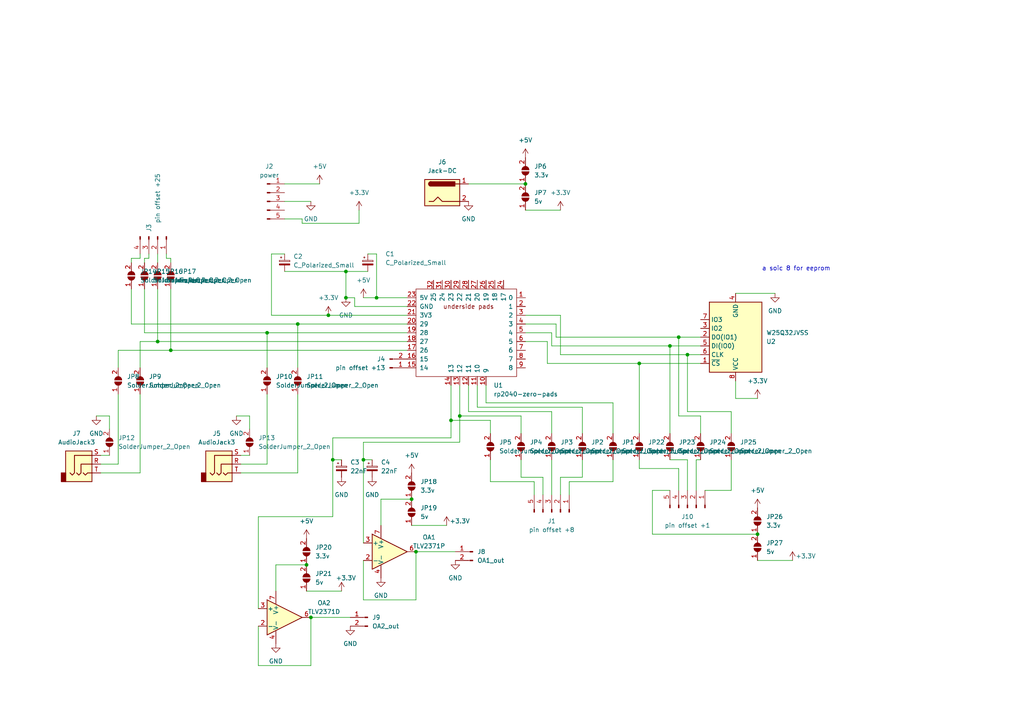
<source format=kicad_sch>
(kicad_sch (version 20230121) (generator eeschema)
  (paper "A4")
  (lib_symbols
    (symbol "Amplifier_Operational:TLV2371D" (pin_names (offset 0.127))
      (property "Reference" "U" (at 0 6.35 0))
      (property "Value" "TLV2371D" (at 0 3.81 0))
      (symbol "TLV2371D_0_1"
        (polyline (pts (xy -5.08 5.08) (xy 5.08 0) (xy -5.08 -5.08) (xy -5.08 5.08)) (stroke (width 0.254)) (fill (type background)))
      )
      (symbol "TLV2371D_1_1"
        (pin no_connect line (at -2.54 2.54 270) (length 2.54) hide (name "NC") (number "1"))
        (pin input line (at -7.62 -2.54 0) (length 2.54) (name "-") (number "2"))
        (pin input line (at -7.62 2.54 0) (length 2.54) (name "+") (number "3"))
        (pin power_in line (at -2.54 -7.62 90) (length 3.81) (name "V-") (number "4"))
        (pin no_connect line (at 0 2.54 270) (length 2.54) hide (name "NC") (number "5"))
        (pin output line (at 7.62 0 180) (length 2.54) (name "~") (number "6"))
        (pin power_in line (at -2.54 7.62 270) (length 3.81) (name "V+") (number "7"))
        (pin no_connect line (at 0 -2.54 90) (length 2.54) hide (name "NC") (number "8"))
      )
    )
    (symbol "Amplifier_Operational:TLV2371P" (pin_names (offset 0.127))
      (property "Reference" "U" (at 0 6.35 0))
      (property "Value" "TLV2371P" (at 0 3.81 0))
      (symbol "TLV2371P_0_1"
        (polyline (pts (xy -5.08 5.08) (xy 5.08 0) (xy -5.08 -5.08) (xy -5.08 5.08)) (stroke (width 0.254)) (fill (type background)))
      )
      (symbol "TLV2371P_1_1"
        (pin no_connect line (at -5.08 -2.54 90) (length 2.54) hide (name "NC") (number "1"))
        (pin input line (at -7.62 -2.54 0) (length 2.54) (name "-") (number "2"))
        (pin input line (at -7.62 2.54 0) (length 2.54) (name "+") (number "3"))
        (pin power_in line (at -2.54 -7.62 90) (length 3.81) (name "V-") (number "4"))
        (pin no_connect line (at -2.54 -2.54 90) (length 2.54) hide (name "NC") (number "5"))
        (pin output line (at 7.62 0 180) (length 2.54) (name "~") (number "6"))
        (pin power_in line (at -2.54 7.62 270) (length 3.81) (name "V+") (number "7"))
        (pin no_connect line (at 0 -2.54 90) (length 2.54) hide (name "NC") (number "8"))
      )
    )
    (symbol "Connector:Conn_01x02_Pin" (pin_names (offset 1.016) hide)
      (property "Reference" "J" (at 0 2.54 0))
      (property "Value" "Conn_01x02_Pin" (at 0 -5.08 0))
      (symbol "Conn_01x02_Pin_1_1"
        (polyline (pts (xy 1.27 -2.54) (xy 0.8636 -2.54)) (stroke (width 0.1524)))
        (polyline (pts (xy 1.27 0) (xy 0.8636 0)) (stroke (width 0.1524)))
        (rectangle (start 0.8636 -2.413) (end 0 -2.667) (stroke (width 0.1524)) (fill (type outline)))
        (rectangle (start 0.8636 0.127) (end 0 -0.127) (stroke (width 0.1524)) (fill (type outline)))
        (pin passive line (at 5.08 0 180) (length 3.81) (name "Pin_1") (number "1"))
        (pin passive line (at 5.08 -2.54 180) (length 3.81) (name "Pin_2") (number "2"))
      )
    )
    (symbol "Connector:Conn_01x04_Pin" (pin_names (offset 1.016) hide)
      (property "Reference" "J" (at 0 5.08 0))
      (property "Value" "Conn_01x04_Pin" (at 0 -7.62 0))
      (symbol "Conn_01x04_Pin_1_1"
        (polyline (pts (xy 1.27 -5.08) (xy 0.8636 -5.08)) (stroke (width 0.1524)))
        (polyline (pts (xy 1.27 -2.54) (xy 0.8636 -2.54)) (stroke (width 0.1524)))
        (polyline (pts (xy 1.27 0) (xy 0.8636 0)) (stroke (width 0.1524)))
        (polyline (pts (xy 1.27 2.54) (xy 0.8636 2.54)) (stroke (width 0.1524)))
        (rectangle (start 0.8636 -4.953) (end 0 -5.207) (stroke (width 0.1524)) (fill (type outline)))
        (rectangle (start 0.8636 -2.413) (end 0 -2.667) (stroke (width 0.1524)) (fill (type outline)))
        (rectangle (start 0.8636 0.127) (end 0 -0.127) (stroke (width 0.1524)) (fill (type outline)))
        (rectangle (start 0.8636 2.667) (end 0 2.413) (stroke (width 0.1524)) (fill (type outline)))
        (pin passive line (at 5.08 2.54 180) (length 3.81) (name "Pin_1") (number "1"))
        (pin passive line (at 5.08 0 180) (length 3.81) (name "Pin_2") (number "2"))
        (pin passive line (at 5.08 -2.54 180) (length 3.81) (name "Pin_3") (number "3"))
        (pin passive line (at 5.08 -5.08 180) (length 3.81) (name "Pin_4") (number "4"))
      )
    )
    (symbol "Connector:Conn_01x05_Pin" (pin_names (offset 1.016) hide)
      (property "Reference" "J" (at 0 7.62 0))
      (property "Value" "Conn_01x05_Pin" (at 0 -7.62 0))
      (symbol "Conn_01x05_Pin_1_1"
        (polyline (pts (xy 1.27 -5.08) (xy 0.8636 -5.08)) (stroke (width 0.1524)))
        (polyline (pts (xy 1.27 -2.54) (xy 0.8636 -2.54)) (stroke (width 0.1524)))
        (polyline (pts (xy 1.27 0) (xy 0.8636 0)) (stroke (width 0.1524)))
        (polyline (pts (xy 1.27 2.54) (xy 0.8636 2.54)) (stroke (width 0.1524)))
        (polyline (pts (xy 1.27 5.08) (xy 0.8636 5.08)) (stroke (width 0.1524)))
        (rectangle (start 0.8636 -4.953) (end 0 -5.207) (stroke (width 0.1524)) (fill (type outline)))
        (rectangle (start 0.8636 -2.413) (end 0 -2.667) (stroke (width 0.1524)) (fill (type outline)))
        (rectangle (start 0.8636 0.127) (end 0 -0.127) (stroke (width 0.1524)) (fill (type outline)))
        (rectangle (start 0.8636 2.667) (end 0 2.413) (stroke (width 0.1524)) (fill (type outline)))
        (rectangle (start 0.8636 5.207) (end 0 4.953) (stroke (width 0.1524)) (fill (type outline)))
        (pin passive line (at 5.08 5.08 180) (length 3.81) (name "Pin_1") (number "1"))
        (pin passive line (at 5.08 2.54 180) (length 3.81) (name "Pin_2") (number "2"))
        (pin passive line (at 5.08 0 180) (length 3.81) (name "Pin_3") (number "3"))
        (pin passive line (at 5.08 -2.54 180) (length 3.81) (name "Pin_4") (number "4"))
        (pin passive line (at 5.08 -5.08 180) (length 3.81) (name "Pin_5") (number "5"))
      )
    )
    (symbol "Connector:Jack-DC" (pin_names (offset 1.016))
      (property "Reference" "J" (at 0 5.334 0))
      (property "Value" "Jack-DC" (at 0 -5.08 0))
      (symbol "Jack-DC_0_1"
        (rectangle (start -5.08 3.81) (end 5.08 -3.81) (stroke (width 0.254)) (fill (type background)))
        (arc (start -3.302 3.175) (mid -3.9343 2.54) (end -3.302 1.905) (stroke (width 0.254)))
        (arc (start -3.302 3.175) (mid -3.9343 2.54) (end -3.302 1.905) (stroke (width 0.254)) (fill (type outline)))
        (polyline (pts (xy 5.08 2.54) (xy 3.81 2.54)) (stroke (width 0.254)))
        (polyline (pts (xy -3.81 -2.54) (xy -2.54 -2.54) (xy -1.27 -1.27) (xy 0 -2.54) (xy 2.54 -2.54) (xy 5.08 -2.54)) (stroke (width 0.254)))
        (rectangle (start 3.683 3.175) (end -3.302 1.905) (stroke (width 0.254)) (fill (type outline)))
      )
      (symbol "Jack-DC_1_1"
        (pin passive line (at 7.62 2.54 180) (length 2.54) (name "~") (number "1"))
        (pin passive line (at 7.62 -2.54 180) (length 2.54) (name "~") (number "2"))
      )
    )
    (symbol "Connector_Audio:AudioJack3"
      (property "Reference" "J" (at 0 8.89 0))
      (property "Value" "AudioJack3" (at 0 6.35 0))
      (symbol "AudioJack3_0_1"
        (rectangle (start -5.08 -5.08) (end -6.35 -2.54) (stroke (width 0.254)) (fill (type outline)))
        (polyline (pts (xy 0 -2.54) (xy 0.635 -3.175) (xy 1.27 -2.54) (xy 2.54 -2.54)) (stroke (width 0.254)))
        (polyline (pts (xy -1.905 -2.54) (xy -1.27 -3.175) (xy -0.635 -2.54) (xy -0.635 0) (xy 2.54 0)) (stroke (width 0.254)))
        (polyline (pts (xy 2.54 2.54) (xy -2.54 2.54) (xy -2.54 -2.54) (xy -3.175 -3.175) (xy -3.81 -2.54)) (stroke (width 0.254)))
        (rectangle (start 2.54 3.81) (end -5.08 -5.08) (stroke (width 0.254)) (fill (type background)))
      )
      (symbol "AudioJack3_1_1"
        (pin passive line (at 5.08 0 180) (length 2.54) (name "~") (number "R"))
        (pin passive line (at 5.08 2.54 180) (length 2.54) (name "~") (number "S"))
        (pin passive line (at 5.08 -2.54 180) (length 2.54) (name "~") (number "T"))
      )
    )
    (symbol "Device:C_Polarized_Small" (pin_numbers hide) (pin_names (offset 0.254) hide)
      (property "Reference" "C" (at 0.254 1.778 0))
      (property "Value" "C_Polarized_Small" (at 0.254 -2.032 0))
      (symbol "C_Polarized_Small_0_1"
        (rectangle (start -1.524 -0.3048) (end 1.524 -0.6858) (fill (type outline)))
        (rectangle (start -1.524 0.6858) (end 1.524 0.3048))
        (polyline (pts (xy -1.27 1.524) (xy -0.762 1.524)))
        (polyline (pts (xy -1.016 1.27) (xy -1.016 1.778)))
      )
      (symbol "C_Polarized_Small_1_1"
        (pin passive line (at 0 2.54 270) (length 1.8542) (name "~") (number "1"))
        (pin passive line (at 0 -2.54 90) (length 1.8542) (name "~") (number "2"))
      )
    )
    (symbol "Jumper:SolderJumper_2_Open" (pin_names (offset 0) hide)
      (property "Reference" "JP" (at 0 2.032 0))
      (property "Value" "SolderJumper_2_Open" (at 0 -2.54 0))
      (symbol "SolderJumper_2_Open_0_1"
        (arc (start -0.254 1.016) (mid -1.2656 0) (end -0.254 -1.016))
        (arc (start -0.254 1.016) (mid -1.2656 0) (end -0.254 -1.016) (fill (type outline)))
        (polyline (pts (xy -0.254 1.016) (xy -0.254 -1.016)))
        (polyline (pts (xy 0.254 1.016) (xy 0.254 -1.016)))
        (arc (start 0.254 -1.016) (mid 1.2656 0) (end 0.254 1.016))
        (arc (start 0.254 -1.016) (mid 1.2656 0) (end 0.254 1.016) (fill (type outline)))
      )
      (symbol "SolderJumper_2_Open_1_1"
        (pin passive line (at -3.81 0 0) (length 2.54) (name "A") (number "1"))
        (pin passive line (at 3.81 0 180) (length 2.54) (name "B") (number "2"))
      )
    )
    (symbol "Memory_Flash:W25Q32JVSS"
      (property "Reference" "U" (at -6.35 11.43 0))
      (property "Value" "W25Q32JVSS" (at 7.62 11.43 0))
      (symbol "W25Q32JVSS_0_1"
        (rectangle (start -7.62 10.16) (end 7.62 -10.16) (stroke (width 0.254)) (fill (type background)))
      )
      (symbol "W25Q32JVSS_1_1"
        (pin input line (at -10.16 7.62 0) (length 2.54) (name "~{CS}") (number "1"))
        (pin bidirectional line (at -10.16 0 0) (length 2.54) (name "DO(IO1)") (number "2"))
        (pin bidirectional line (at -10.16 -2.54 0) (length 2.54) (name "IO2") (number "3"))
        (pin power_in line (at 0 -12.7 90) (length 2.54) (name "GND") (number "4"))
        (pin bidirectional line (at -10.16 2.54 0) (length 2.54) (name "DI(IO0)") (number "5"))
        (pin input line (at -10.16 5.08 0) (length 2.54) (name "CLK") (number "6"))
        (pin bidirectional line (at -10.16 -5.08 0) (length 2.54) (name "IO3") (number "7"))
        (pin power_in line (at 0 12.7 270) (length 2.54) (name "VCC") (number "8"))
      )
    )
    (symbol "mcu:rp2040-zero-pads" (pin_names (offset 1.016))
      (property "Reference" "U" (at 0 1.27 0))
      (property "Value" "rp2040-zero-pads" (at 0 -1.27 0))
      (symbol "rp2040-zero-pads_0_0"
        (text "underside pads" (at 0 6.35 0) (effects (font (size 1.27 1.27))))
      )
      (symbol "rp2040-zero-pads_0_1"
        (rectangle (start -15.24 11.43) (end 13.97 -13.97))
      )
      (symbol "rp2040-zero-pads_1_1"
        (pin bidirectional line (at 16.51 8.89 180) (length 2.54) (name "0") (number "1"))
        (pin bidirectional line (at 5.08 -16.51 90) (length 2.54) (name "9") (number "10"))
        (pin bidirectional line (at 2.54 -16.51 90) (length 2.54) (name "10") (number "11"))
        (pin bidirectional line (at 0 -16.51 90) (length 2.54) (name "11") (number "12"))
        (pin bidirectional line (at -2.54 -16.51 90) (length 2.54) (name "12") (number "13"))
        (pin bidirectional line (at -5.08 -16.51 90) (length 2.54) (name "13") (number "14"))
        (pin bidirectional line (at -17.78 -11.43 0) (length 2.54) (name "14") (number "15"))
        (pin bidirectional line (at -17.78 -8.89 0) (length 2.54) (name "15") (number "16"))
        (pin bidirectional line (at -17.78 -6.35 0) (length 2.54) (name "26") (number "17"))
        (pin bidirectional line (at -17.78 -3.81 0) (length 2.54) (name "27") (number "18"))
        (pin bidirectional line (at -17.78 -1.27 0) (length 2.54) (name "28") (number "19"))
        (pin bidirectional line (at 16.51 6.35 180) (length 2.54) (name "1") (number "2"))
        (pin bidirectional line (at -17.78 1.27 0) (length 2.54) (name "29") (number "20"))
        (pin power_out line (at -17.78 3.81 0) (length 2.54) (name "3V3") (number "21"))
        (pin power_out line (at -17.78 6.35 0) (length 2.54) (name "GND") (number "22"))
        (pin power_out line (at -17.78 8.89 0) (length 2.54) (name "5V") (number "23"))
        (pin bidirectional line (at 10.16 13.97 270) (length 2.54) (name "17") (number "24"))
        (pin bidirectional line (at 7.62 13.97 270) (length 2.54) (name "18") (number "25"))
        (pin bidirectional line (at 5.08 13.97 270) (length 2.54) (name "19") (number "26"))
        (pin bidirectional line (at 2.54 13.97 270) (length 2.54) (name "20") (number "27"))
        (pin bidirectional line (at 0 13.97 270) (length 2.54) (name "21") (number "28"))
        (pin bidirectional line (at -2.54 13.97 270) (length 2.54) (name "22") (number "29"))
        (pin bidirectional line (at 16.51 3.81 180) (length 2.54) (name "2") (number "3"))
        (pin bidirectional line (at -5.08 13.97 270) (length 2.54) (name "23") (number "30"))
        (pin bidirectional line (at -7.62 13.97 270) (length 2.54) (name "24") (number "31"))
        (pin bidirectional line (at -10.16 13.97 270) (length 2.54) (name "25") (number "32"))
        (pin power_out line (at -17.78 6.35 0) (length 2.54) hide (name "GND") (number "33"))
        (pin bidirectional line (at 16.51 1.27 180) (length 2.54) (name "3") (number "4"))
        (pin bidirectional line (at 16.51 -1.27 180) (length 2.54) (name "4") (number "5"))
        (pin bidirectional line (at 16.51 -3.81 180) (length 2.54) (name "5") (number "6"))
        (pin bidirectional line (at 16.51 -6.35 180) (length 2.54) (name "6") (number "7"))
        (pin bidirectional line (at 16.51 -8.89 180) (length 2.54) (name "7") (number "8"))
        (pin bidirectional line (at 16.51 -11.43 180) (length 2.54) (name "8") (number "9"))
      )
    )
    (symbol "power:+3.3V" (power) (pin_names (offset 0))
      (property "Value" "+3.3V" (at 0 3.556 0))
      (symbol "+3.3V_0_1"
        (polyline (pts (xy -0.762 1.27) (xy 0 2.54)))
        (polyline (pts (xy 0 0) (xy 0 2.54)))
        (polyline (pts (xy 0 2.54) (xy 0.762 1.27)))
      )
      (symbol "+3.3V_1_1"
        (pin power_in line (at 0 0 90) (length 0) hide (name "+3.3V") (number "1"))
      )
    )
    (symbol "power:+5V" (power) (pin_names (offset 0))
      (property "Value" "+5V" (at 0 3.556 0))
      (symbol "+5V_0_1"
        (polyline (pts (xy -0.762 1.27) (xy 0 2.54)))
        (polyline (pts (xy 0 0) (xy 0 2.54)))
        (polyline (pts (xy 0 2.54) (xy 0.762 1.27)))
      )
      (symbol "+5V_1_1"
        (pin power_in line (at 0 0 90) (length 0) hide (name "+5V") (number "1"))
      )
    )
    (symbol "power:GND" (power) (pin_names (offset 0))
      (property "Value" "GND" (at 0 -3.81 0))
      (symbol "GND_0_1"
        (polyline (pts (xy 0 0) (xy 0 -1.27) (xy 1.27 -1.27) (xy 0 -2.54) (xy -1.27 -1.27) (xy 0 -1.27)))
      )
      (symbol "GND_1_1"
        (pin power_in line (at 0 0 270) (length 0) hide (name "GND") (number "1"))
      )
    )
  )
  (junction (at 109.22 86.36))
  (junction (at 100.33 78.74))
  (junction (at 45.72 99.06))
  (junction (at 88.9 163.83))
  (junction (at 196.85 97.79))
  (junction (at 194.31 100.33))
  (junction (at 86.36 93.98))
  (junction (at 100.33 86.36))
  (junction (at 77.47 96.52))
  (junction (at 105.41 133.35))
  (junction (at 90.17 179.07))
  (junction (at 119.38 144.78))
  (junction (at 120.65 160.02))
  (junction (at 185.42 105.41))
  (junction (at 130.81 121.92))
  (junction (at 95.25 91.44))
  (junction (at 152.4 53.34))
  (junction (at 133.35 120.65))
  (junction (at 49.53 101.6))
  (junction (at 199.39 102.87))
  (junction (at 96.52 133.35))
  (junction (at 219.71 154.94))
  (wire (pts (xy 96.52 133.35) (xy 99.06 133.35)))
  (wire (pts (xy 199.39 102.87) (xy 199.39 119.38)))
  (wire (pts (xy 49.53 101.6) (xy 118.11 101.6)))
  (wire (pts (xy 161.29 93.98) (xy 161.29 97.79)))
  (wire (pts (xy 45.72 99.06) (xy 118.11 99.06)))
  (wire (pts (xy 203.2 105.41) (xy 185.42 105.41)))
  (wire (pts (xy 160.02 119.38) (xy 160.02 125.73)))
  (wire (pts (xy 34.29 101.6) (xy 34.29 106.68)))
  (wire (pts (xy 100.33 86.36) (xy 102.87 86.36)))
  (wire (pts (xy 105.41 157.48) (xy 105.41 133.35)))
  (wire (pts (xy 29.21 137.16) (xy 40.64 137.16)))
  (wire (pts (xy 82.55 78.74) (xy 100.33 78.74)))
  (wire (pts (xy 120.65 173.99) (xy 120.65 160.02)))
  (wire (pts (xy 29.21 132.08) (xy 31.75 132.08)))
  (wire (pts (xy 34.29 114.3) (xy 34.29 134.62)))
  (wire (pts (xy 74.93 176.53) (xy 74.93 149.86)))
  (wire (pts (xy 185.42 105.41) (xy 158.75 105.41)))
  (wire (pts (xy 96.52 133.35) (xy 96.52 127)))
  (wire (pts (xy 140.97 116.84) (xy 177.8 116.84)))
  (wire (pts (xy 219.71 162.56) (xy 229.87 162.56)))
  (wire (pts (xy 196.85 135.89) (xy 185.42 135.89)))
  (wire (pts (xy 199.39 133.35) (xy 199.39 142.24)))
  (wire (pts (xy 161.29 97.79) (xy 196.85 97.79)))
  (wire (pts (xy 199.39 119.38) (xy 212.09 119.38)))
  (wire (pts (xy 158.75 105.41) (xy 158.75 99.06)))
  (wire (pts (xy 138.43 118.11) (xy 138.43 111.76)))
  (wire (pts (xy 203.2 100.33) (xy 194.31 100.33)))
  (wire (pts (xy 120.65 160.02) (xy 132.08 160.02)))
  (wire (pts (xy 78.74 91.44) (xy 78.74 73.66)))
  (wire (pts (xy 49.53 74.93) (xy 49.53 76.2)))
  (wire (pts (xy 96.52 149.86) (xy 96.52 133.35)))
  (wire (pts (xy 212.09 142.24) (xy 204.47 142.24)))
  (wire (pts (xy 151.13 120.65) (xy 133.35 120.65)))
  (wire (pts (xy 77.47 134.62) (xy 77.47 114.3)))
  (wire (pts (xy 80.01 163.83) (xy 88.9 163.83)))
  (wire (pts (xy 102.87 86.36) (xy 102.87 88.9)))
  (wire (pts (xy 40.64 99.06) (xy 45.72 99.06)))
  (wire (pts (xy 45.72 83.82) (xy 45.72 99.06)))
  (wire (pts (xy 34.29 101.6) (xy 49.53 101.6)))
  (wire (pts (xy 157.48 138.43) (xy 157.48 143.51)))
  (wire (pts (xy 160.02 133.35) (xy 160.02 143.51)))
  (wire (pts (xy 86.36 93.98) (xy 118.11 93.98)))
  (wire (pts (xy 152.4 93.98) (xy 161.29 93.98)))
  (wire (pts (xy 82.55 58.42) (xy 90.17 58.42)))
  (wire (pts (xy 162.56 138.43) (xy 162.56 143.51)))
  (wire (pts (xy 177.8 116.84) (xy 177.8 125.73)))
  (wire (pts (xy 199.39 102.87) (xy 162.56 102.87)))
  (wire (pts (xy 194.31 100.33) (xy 160.02 100.33)))
  (wire (pts (xy 212.09 125.73) (xy 212.09 119.38)))
  (wire (pts (xy 168.91 138.43) (xy 162.56 138.43)))
  (wire (pts (xy 40.64 137.16) (xy 40.64 114.3)))
  (wire (pts (xy 194.31 100.33) (xy 194.31 125.73)))
  (wire (pts (xy 90.17 179.07) (xy 101.6 179.07)))
  (wire (pts (xy 133.35 120.65) (xy 133.35 111.76)))
  (wire (pts (xy 142.24 125.73) (xy 142.24 121.92)))
  (wire (pts (xy 31.75 120.65) (xy 31.75 124.46)))
  (wire (pts (xy 201.93 133.35) (xy 203.2 133.35)))
  (wire (pts (xy 135.89 119.38) (xy 160.02 119.38)))
  (wire (pts (xy 38.1 74.93) (xy 40.64 74.93)))
  (wire (pts (xy 168.91 118.11) (xy 138.43 118.11)))
  (wire (pts (xy 201.93 142.24) (xy 201.93 133.35)))
  (wire (pts (xy 87.63 63.5) (xy 82.55 63.5)))
  (wire (pts (xy 140.97 111.76) (xy 140.97 116.84)))
  (wire (pts (xy 105.41 86.36) (xy 109.22 86.36)))
  (wire (pts (xy 38.1 76.2) (xy 38.1 74.93)))
  (wire (pts (xy 90.17 193.04) (xy 90.17 179.07)))
  (wire (pts (xy 74.93 193.04) (xy 90.17 193.04)))
  (wire (pts (xy 160.02 100.33) (xy 160.02 96.52)))
  (wire (pts (xy 177.8 139.7) (xy 177.8 133.35)))
  (wire (pts (xy 106.68 73.66) (xy 109.22 73.66)))
  (wire (pts (xy 104.14 64.77) (xy 104.14 60.96)))
  (wire (pts (xy 212.09 133.35) (xy 212.09 142.24)))
  (wire (pts (xy 185.42 105.41) (xy 185.42 125.73)))
  (wire (pts (xy 88.9 171.45) (xy 99.06 171.45)))
  (wire (pts (xy 165.1 139.7) (xy 177.8 139.7)))
  (wire (pts (xy 213.36 85.09) (xy 224.79 85.09)))
  (wire (pts (xy 77.47 96.52) (xy 77.47 106.68)))
  (wire (pts (xy 168.91 125.73) (xy 168.91 118.11)))
  (wire (pts (xy 86.36 114.3) (xy 86.36 137.16)))
  (wire (pts (xy 86.36 93.98) (xy 86.36 106.68)))
  (wire (pts (xy 48.26 73.66) (xy 48.26 74.93)))
  (wire (pts (xy 196.85 120.65) (xy 196.85 97.79)))
  (wire (pts (xy 168.91 133.35) (xy 168.91 138.43)))
  (wire (pts (xy 135.89 111.76) (xy 135.89 119.38)))
  (wire (pts (xy 162.56 91.44) (xy 152.4 91.44)))
  (wire (pts (xy 203.2 120.65) (xy 196.85 120.65)))
  (wire (pts (xy 41.91 74.93) (xy 41.91 76.2)))
  (wire (pts (xy 105.41 162.56) (xy 105.41 173.99)))
  (wire (pts (xy 109.22 73.66) (xy 109.22 86.36)))
  (wire (pts (xy 95.25 91.44) (xy 78.74 91.44)))
  (wire (pts (xy 69.85 134.62) (xy 77.47 134.62)))
  (wire (pts (xy 105.41 173.99) (xy 120.65 173.99)))
  (wire (pts (xy 105.41 128.27) (xy 133.35 128.27)))
  (wire (pts (xy 154.94 139.7) (xy 142.24 139.7)))
  (wire (pts (xy 189.23 142.24) (xy 194.31 142.24)))
  (wire (pts (xy 109.22 86.36) (xy 118.11 86.36)))
  (wire (pts (xy 219.71 115.57) (xy 213.36 115.57)))
  (wire (pts (xy 130.81 121.92) (xy 130.81 111.76)))
  (wire (pts (xy 203.2 102.87) (xy 199.39 102.87)))
  (wire (pts (xy 49.53 83.82) (xy 49.53 101.6)))
  (wire (pts (xy 102.87 88.9) (xy 118.11 88.9)))
  (wire (pts (xy 196.85 142.24) (xy 196.85 135.89)))
  (wire (pts (xy 41.91 83.82) (xy 41.91 96.52)))
  (wire (pts (xy 142.24 139.7) (xy 142.24 133.35)))
  (wire (pts (xy 189.23 154.94) (xy 189.23 142.24)))
  (wire (pts (xy 189.23 154.94) (xy 219.71 154.94)))
  (wire (pts (xy 100.33 78.74) (xy 100.33 86.36)))
  (wire (pts (xy 105.41 133.35) (xy 107.95 133.35)))
  (wire (pts (xy 38.1 93.98) (xy 86.36 93.98)))
  (wire (pts (xy 43.18 73.66) (xy 43.18 74.93)))
  (wire (pts (xy 151.13 138.43) (xy 157.48 138.43)))
  (wire (pts (xy 110.49 144.78) (xy 119.38 144.78)))
  (wire (pts (xy 86.36 137.16) (xy 69.85 137.16)))
  (wire (pts (xy 130.81 127) (xy 130.81 121.92)))
  (wire (pts (xy 96.52 127) (xy 130.81 127)))
  (wire (pts (xy 87.63 64.77) (xy 104.14 64.77)))
  (wire (pts (xy 165.1 143.51) (xy 165.1 139.7)))
  (wire (pts (xy 78.74 73.66) (xy 82.55 73.66)))
  (wire (pts (xy 34.29 134.62) (xy 29.21 134.62)))
  (wire (pts (xy 82.55 53.34) (xy 92.71 53.34)))
  (wire (pts (xy 119.38 152.4) (xy 129.54 152.4)))
  (wire (pts (xy 48.26 74.93) (xy 49.53 74.93)))
  (wire (pts (xy 135.89 53.34) (xy 152.4 53.34)))
  (wire (pts (xy 133.35 128.27) (xy 133.35 120.65)))
  (wire (pts (xy 162.56 102.87) (xy 162.56 91.44)))
  (wire (pts (xy 142.24 121.92) (xy 130.81 121.92)))
  (wire (pts (xy 40.64 99.06) (xy 40.64 106.68)))
  (wire (pts (xy 80.01 171.45) (xy 80.01 163.83)))
  (wire (pts (xy 151.13 133.35) (xy 151.13 138.43)))
  (wire (pts (xy 40.64 74.93) (xy 40.64 73.66)))
  (wire (pts (xy 68.58 120.65) (xy 72.39 120.65)))
  (wire (pts (xy 43.18 74.93) (xy 41.91 74.93)))
  (wire (pts (xy 41.91 96.52) (xy 77.47 96.52)))
  (wire (pts (xy 74.93 149.86) (xy 96.52 149.86)))
  (wire (pts (xy 74.93 181.61) (xy 74.93 193.04)))
  (wire (pts (xy 87.63 64.77) (xy 87.63 63.5)))
  (wire (pts (xy 100.33 78.74) (xy 106.68 78.74)))
  (wire (pts (xy 77.47 96.52) (xy 118.11 96.52)))
  (wire (pts (xy 152.4 60.96) (xy 162.56 60.96)))
  (wire (pts (xy 38.1 83.82) (xy 38.1 93.98)))
  (wire (pts (xy 158.75 99.06) (xy 152.4 99.06)))
  (wire (pts (xy 110.49 152.4) (xy 110.49 144.78)))
  (wire (pts (xy 105.41 133.35) (xy 105.41 128.27)))
  (wire (pts (xy 27.94 120.65) (xy 31.75 120.65)))
  (wire (pts (xy 69.85 132.08) (xy 72.39 132.08)))
  (wire (pts (xy 45.72 73.66) (xy 45.72 76.2)))
  (wire (pts (xy 95.25 91.44) (xy 118.11 91.44)))
  (wire (pts (xy 185.42 135.89) (xy 185.42 133.35)))
  (wire (pts (xy 213.36 115.57) (xy 213.36 110.49)))
  (wire (pts (xy 203.2 125.73) (xy 203.2 120.65)))
  (wire (pts (xy 151.13 120.65) (xy 151.13 125.73)))
  (wire (pts (xy 154.94 143.51) (xy 154.94 139.7)))
  (wire (pts (xy 194.31 133.35) (xy 199.39 133.35)))
  (wire (pts (xy 160.02 96.52) (xy 152.4 96.52)))
  (wire (pts (xy 72.39 120.65) (xy 72.39 124.46)))
  (wire (pts (xy 196.85 97.79) (xy 203.2 97.79)))
  (text "a soic 8 for eeprom" (at 220.98 78.74 0) (effects (font (size 1.27 1.27)) (justify left bottom)))
  (symbol (lib_id "power:GND") (at 224.79 85.09 0) (unit 1)
    (property "Reference" "#PWR03" (effects hide))
    (property "Value" "GND" (at 224.79 90.17 0))
  )
  (symbol (lib_id "power:GND") (at 90.17 58.42 0) (unit 1)
    (property "Reference" "#PWR08" (effects hide))
    (property "Value" "GND" (at 90.17 63.5 0))
  )
  (symbol (lib_id "power:GND") (at 100.33 86.36 0) (unit 1)
    (property "Reference" "#PWR04" (effects hide))
    (property "Value" "GND" (at 100.33 91.44 0))
  )
  (symbol (lib_id "Connector_Audio:AudioJack3") (at 64.77 134.62 0) (unit 1)
    (property "Reference" "J5" (at 62.865 125.73 0))
    (property "Value" "AudioJack3" (at 62.865 128.27 0))
    (property "Footprint" "Connector_Audio:Jack_3.5mm_CUI_SJ-3523-SMT_Horizontal" (effects hide))
  )
  (symbol (lib_id "power:+3.3V") (at 95.25 91.44 0) (unit 1)
    (property "Reference" "#PWR02" (effects hide))
    (property "Value" "+3.3V" (at 95.25 86.36 0))
  )
  (symbol (lib_id "Jumper:SolderJumper_2_Open") (at 194.31 129.54 90) (unit 1)
    (property "Reference" "JP23" (at 196.85 128.27 90) (effects (justify right)))
    (property "Value" "SolderJumper_2_Open" (at 196.85 130.81 90) (effects (justify right)))
    (property "Footprint" "Jumper:SolderJumper-2_P1.3mm_Open_Pad1.0x1.5mm" (effects hide))
  )
  (symbol (lib_id "Jumper:SolderJumper_2_Open") (at 168.91 129.54 90) (unit 1)
    (property "Reference" "JP2" (at 171.45 128.27 90) (effects (justify right)))
    (property "Value" "SolderJumper_2_Open" (at 171.45 130.81 90) (effects (justify right)))
    (property "Footprint" "Jumper:SolderJumper-2_P1.3mm_Open_Pad1.0x1.5mm" (effects hide))
  )
  (symbol (lib_id "Jumper:SolderJumper_2_Open") (at 160.02 129.54 90) (unit 1)
    (property "Reference" "JP3" (at 162.56 128.27 90) (effects (justify right)))
    (property "Value" "SolderJumper_2_Open" (at 162.56 130.81 90) (effects (justify right)))
    (property "Footprint" "Jumper:SolderJumper-2_P1.3mm_Open_Pad1.0x1.5mm" (effects hide))
  )
  (symbol (lib_id "power:+3.3V") (at 104.14 60.96 0) (unit 1)
    (property "Reference" "#PWR07" (effects hide))
    (property "Value" "+3.3V" (at 104.14 55.88 0))
  )
  (symbol (lib_id "Jumper:SolderJumper_2_Open") (at 88.9 160.02 90) (unit 1)
    (property "Reference" "JP20" (at 91.44 158.75 90) (effects (justify right)))
    (property "Value" "3.3v" (at 91.44 161.29 90) (effects (justify right)))
    (property "Footprint" "Jumper:SolderJumper-2_P1.3mm_Open_Pad1.0x1.5mm" (effects hide))
  )
  (symbol (lib_id "Jumper:SolderJumper_2_Open") (at 142.24 129.54 90) (unit 1)
    (property "Reference" "JP5" (at 144.78 128.27 90) (effects (justify right)))
    (property "Value" "SolderJumper_2_Open" (at 144.78 130.81 90) (effects (justify right)))
    (property "Footprint" "Jumper:SolderJumper-2_P1.3mm_Open_Pad1.0x1.5mm" (effects hide))
  )
  (symbol (lib_id "power:GND") (at 68.58 120.65 0) (unit 1)
    (property "Reference" "#PWR015" (effects hide))
    (property "Value" "GND" (at 68.58 125.73 0))
  )
  (symbol (lib_id "Jumper:SolderJumper_2_Open") (at 152.4 49.53 90) (unit 1)
    (property "Reference" "JP6" (at 154.94 48.26 90) (effects (justify right)))
    (property "Value" "3.3v" (at 154.94 50.8 90) (effects (justify right)))
    (property "Footprint" "Jumper:SolderJumper-2_P1.3mm_Open_Pad1.0x1.5mm" (effects hide))
  )
  (symbol (lib_id "Jumper:SolderJumper_2_Open") (at 212.09 129.54 90) (unit 1)
    (property "Reference" "JP25" (at 214.63 128.27 90) (effects (justify right)))
    (property "Value" "SolderJumper_2_Open" (at 214.63 130.81 90) (effects (justify right)))
    (property "Footprint" "Jumper:SolderJumper-2_P1.3mm_Open_Pad1.0x1.5mm" (effects hide))
  )
  (symbol (lib_id "Connector:Jack-DC") (at 128.27 55.88 0) (unit 1)
    (property "Reference" "J6" (at 128.27 46.99 0))
    (property "Value" "Jack-DC" (at 128.27 49.53 0))
    (property "Footprint" "Connector_BarrelJack:BarrelJack_SwitchcraftConxall_RAPC10U_Horizontal" (effects hide))
  )
  (symbol (lib_id "power:GND") (at 101.6 181.61 0) (unit 1)
    (property "Reference" "#PWR023" (effects hide))
    (property "Value" "GND" (at 101.6 186.69 0))
  )
  (symbol (lib_id "Jumper:SolderJumper_2_Open") (at 88.9 167.64 90) (unit 1)
    (property "Reference" "JP21" (at 91.44 166.37 90) (effects (justify right)))
    (property "Value" "5v" (at 91.44 168.91 90) (effects (justify right)))
    (property "Footprint" "Jumper:SolderJumper-2_P1.3mm_Open_Pad1.0x1.5mm" (effects hide))
  )
  (symbol (lib_id "power:+5V") (at 105.41 86.36 0) (unit 1)
    (property "Reference" "#PWR05" (effects hide))
    (property "Value" "+5V" (at 105.41 81.28 0))
  )
  (symbol (lib_id "Jumper:SolderJumper_2_Open") (at 45.72 80.01 90) (unit 1)
    (property "Reference" "JP16" (at 48.26 78.74 90) (effects (justify right)))
    (property "Value" "SolderJumper_2_Open" (at 48.26 81.28 90) (effects (justify right)))
    (property "Footprint" "Jumper:SolderJumper-2_P1.3mm_Open_Pad1.0x1.5mm" (effects hide))
  )
  (symbol (lib_id "power:GND") (at 99.06 138.43 0) (unit 1)
    (property "Reference" "#PWR024" (effects hide))
    (property "Value" "GND" (at 99.06 143.51 0))
  )
  (symbol (lib_id "Amplifier_Operational:TLV2371P") (at 113.03 160.02 0) (unit 1)
    (property "Reference" "OA1" (at 124.46 155.8291 0))
    (property "Value" "TLV2371P" (at 124.46 158.3691 0))
    (property "Footprint" "Package_DIP:DIP-8_W7.62mm" (effects hide))
    (property "Datasheet" "http://www.ti.com/lit/ds/symlink/tlv2375.pdf" (effects hide))
  )
  (symbol (lib_id "power:+3.3V") (at 99.06 171.45 0) (unit 1)
    (property "Reference" "#PWR022" (effects hide))
    (property "Value" "+3.3V" (at 100.33 167.64 0))
  )
  (symbol (lib_id "Jumper:SolderJumper_2_Open") (at 77.47 110.49 90) (unit 1)
    (property "Reference" "JP10" (at 80.01 109.22 90) (effects (justify right)))
    (property "Value" "SolderJumper_2_Open" (at 80.01 111.76 90) (effects (justify right)))
    (property "Footprint" "Jumper:SolderJumper-2_P1.3mm_Open_Pad1.0x1.5mm" (effects hide))
  )
  (symbol (lib_id "power:GND") (at 110.49 167.64 0) (unit 1)
    (property "Reference" "#PWR018" (effects hide))
    (property "Value" "GND" (at 110.49 172.72 0))
  )
  (symbol (lib_id "Jumper:SolderJumper_2_Open") (at 119.38 140.97 90) (unit 1)
    (property "Reference" "JP18" (at 121.92 139.7 90) (effects (justify right)))
    (property "Value" "3.3v" (at 121.92 142.24 90) (effects (justify right)))
    (property "Footprint" "Jumper:SolderJumper-2_P1.3mm_Open_Pad1.0x1.5mm" (effects hide))
  )
  (symbol (lib_id "power:GND") (at 80.01 186.69 0) (unit 1)
    (property "Reference" "#PWR020" (effects hide))
    (property "Value" "GND" (at 80.01 191.77 0))
  )
  (symbol (lib_id "Connector:Conn_01x02_Pin") (at 137.16 160.02 0) (mirror y) (unit 1)
    (property "Reference" "J8" (at 138.43 160.02 0) (effects (justify right)))
    (property "Value" "OA1_out" (at 138.43 162.56 0) (effects (justify right)))
    (property "Footprint" "Connector_PinHeader_2.54mm:PinHeader_1x02_P2.54mm_Vertical" (effects hide))
  )
  (symbol (lib_id "Connector:Conn_01x05_Pin") (at 160.02 148.59 270) (mirror x) (unit 1)
    (property "Reference" "J1" (at 160.02 151.13 90))
    (property "Value" "pin offset +8" (at 160.02 153.67 90))
    (property "Footprint" "Connector_PinHeader_2.54mm:PinHeader_1x05_P2.54mm_Vertical" (effects hide))
  )
  (symbol (lib_id "mcu:rp2040-zero-pads") (at 135.89 95.25 0) (unit 1)
    (property "Reference" "U1" (at 143.1641 111.76 0) (effects (justify left)))
    (property "Value" "rp2040-zero-pads" (at 143.1641 114.3 0) (effects (justify left)))
    (property "Footprint" "kleeb:rp2040-zero-tht-pads-cutout" (effects hide))
  )
  (symbol (lib_id "Jumper:SolderJumper_2_Open") (at 119.38 148.59 90) (unit 1)
    (property "Reference" "JP19" (at 121.92 147.32 90) (effects (justify right)))
    (property "Value" "5v" (at 121.92 149.86 90) (effects (justify right)))
    (property "Footprint" "Jumper:SolderJumper-2_P1.3mm_Open_Pad1.0x1.5mm" (effects hide))
  )
  (symbol (lib_id "Jumper:SolderJumper_2_Open") (at 40.64 110.49 90) (unit 1)
    (property "Reference" "JP9" (at 43.18 109.22 90) (effects (justify right)))
    (property "Value" "SolderJumper_2_Open" (at 43.18 111.76 90) (effects (justify right)))
    (property "Footprint" "Jumper:SolderJumper-2_P1.3mm_Open_Pad1.0x1.5mm" (effects hide))
  )
  (symbol (lib_id "Device:C_Polarized_Small") (at 106.68 76.2 0) (unit 1)
    (property "Reference" "C1" (at 111.76 73.66 0) (effects (justify left)))
    (property "Value" "C_Polarized_Small" (at 111.76 76.2 0) (effects (justify left)))
    (property "Footprint" "Capacitor_THT:CP_Radial_D4.0mm_P1.50mm" (effects hide))
  )
  (symbol (lib_id "Jumper:SolderJumper_2_Open") (at 38.1 80.01 90) (unit 1)
    (property "Reference" "JP14" (at 40.64 78.74 90) (effects (justify right)))
    (property "Value" "SolderJumper_2_Open" (at 40.64 81.28 90) (effects (justify right)))
    (property "Footprint" "Jumper:SolderJumper-2_P1.3mm_Open_Pad1.0x1.5mm" (effects hide))
  )
  (symbol (lib_id "power:GND") (at 135.89 58.42 0) (unit 1)
    (property "Reference" "#PWR010" (effects hide))
    (property "Value" "GND" (at 135.89 63.5 0))
  )
  (symbol (lib_id "Jumper:SolderJumper_2_Open") (at 152.4 57.15 90) (unit 1)
    (property "Reference" "JP7" (at 154.94 55.88 90) (effects (justify right)))
    (property "Value" "5v" (at 154.94 58.42 90) (effects (justify right)))
    (property "Footprint" "Jumper:SolderJumper-2_P1.3mm_Open_Pad1.0x1.5mm" (effects hide))
  )
  (symbol (lib_id "Connector:Conn_01x05_Pin") (at 199.39 147.32 270) (mirror x) (unit 1)
    (property "Reference" "J10" (at 199.39 149.86 90))
    (property "Value" "pin offset +1" (at 199.39 152.4 90))
    (property "Footprint" "Connector_PinHeader_2.54mm:PinHeader_1x05_P2.54mm_Vertical" (effects hide))
  )
  (symbol (lib_id "Connector:Conn_01x02_Pin") (at 106.68 179.07 0) (mirror y) (unit 1)
    (property "Reference" "J9" (at 107.95 179.07 0) (effects (justify right)))
    (property "Value" "OA2_out" (at 107.95 181.61 0) (effects (justify right)))
    (property "Footprint" "Connector_PinHeader_2.54mm:PinHeader_1x02_P2.54mm_Vertical" (effects hide))
  )
  (symbol (lib_id "Amplifier_Operational:TLV2371D") (at 82.55 179.07 0) (unit 1)
    (property "Reference" "OA2" (at 93.98 174.8791 0))
    (property "Value" "TLV2371D" (at 93.98 177.4191 0))
    (property "Footprint" "Package_SO:SOIC-8_3.9x4.9mm_P1.27mm" (effects hide))
    (property "Datasheet" "http://www.ti.com/lit/ds/symlink/tlv2375.pdf" (effects hide))
  )
  (symbol (lib_id "power:GND") (at 107.95 138.43 0) (unit 1)
    (property "Reference" "#PWR025" (effects hide))
    (property "Value" "GND" (at 107.95 143.51 0))
  )
  (symbol (lib_id "power:+3.3V") (at 219.71 115.57 0) (unit 1)
    (property "Reference" "#PWR01" (effects hide))
    (property "Value" "+3.3V" (at 219.71 110.49 0))
  )
  (symbol (lib_id "Memory_Flash:W25Q32JVSS") (at 213.36 97.79 0) (mirror x) (unit 1)
    (property "Reference" "U2" (at 222.25 99.06 0) (effects (justify left)))
    (property "Value" "W25Q32JVSS" (at 222.25 96.52 0) (effects (justify left)))
    (property "Footprint" "Package_SO:SOIC-8_5.23x5.23mm_P1.27mm" (effects hide))
    (property "Datasheet" "http://www.winbond.com/resource-files/w25q32jv%20revg%2003272018%20plus.pdf" (effects hide))
  )
  (symbol (lib_id "power:+5V") (at 219.71 147.32 0) (unit 1)
    (property "Reference" "#PWR026" (effects hide))
    (property "Value" "+5V" (at 219.71 142.24 0))
  )
  (symbol (lib_id "Device:C_Polarized_Small") (at 107.95 135.89 0) (unit 1)
    (property "Reference" "C4" (at 110.49 134.0739 0) (effects (justify left)))
    (property "Value" "22nF" (at 110.49 136.6139 0) (effects (justify left)))
    (property "Footprint" "Capacitor_THT:CP_Radial_D4.0mm_P1.50mm" (effects hide))
  )
  (symbol (lib_id "Jumper:SolderJumper_2_Open") (at 203.2 129.54 90) (unit 1)
    (property "Reference" "JP24" (at 205.74 128.27 90) (effects (justify right)))
    (property "Value" "SolderJumper_2_Open" (at 205.74 130.81 90) (effects (justify right)))
    (property "Footprint" "Jumper:SolderJumper-2_P1.3mm_Open_Pad1.0x1.5mm" (effects hide))
  )
  (symbol (lib_id "Jumper:SolderJumper_2_Open") (at 72.39 128.27 90) (unit 1)
    (property "Reference" "JP13" (at 74.93 127 90) (effects (justify right)))
    (property "Value" "SolderJumper_2_Open" (at 74.93 129.54 90) (effects (justify right)))
    (property "Footprint" "Jumper:SolderJumper-2_P1.3mm_Open_Pad1.0x1.5mm" (effects hide))
  )
  (symbol (lib_id "Jumper:SolderJumper_2_Open") (at 86.36 110.49 90) (unit 1)
    (property "Reference" "JP11" (at 88.9 109.22 90) (effects (justify right)))
    (property "Value" "SolderJumper_2_Open" (at 88.9 111.76 90) (effects (justify right)))
    (property "Footprint" "Jumper:SolderJumper-2_P1.3mm_Open_Pad1.0x1.5mm" (effects hide))
  )
  (symbol (lib_id "Jumper:SolderJumper_2_Open") (at 219.71 158.75 90) (unit 1)
    (property "Reference" "JP27" (at 222.25 157.48 90) (effects (justify right)))
    (property "Value" "5v" (at 222.25 160.02 90) (effects (justify right)))
    (property "Footprint" "Jumper:SolderJumper-2_P1.3mm_Open_Pad1.0x1.5mm" (effects hide))
  )
  (symbol (lib_id "power:+5V") (at 152.4 45.72 0) (unit 1)
    (property "Reference" "#PWR09" (effects hide))
    (property "Value" "+5V" (at 152.4 40.64 0))
  )
  (symbol (lib_id "power:+3.3V") (at 162.56 60.96 0) (unit 1)
    (property "Reference" "#PWR011" (effects hide))
    (property "Value" "+3.3V" (at 162.56 55.88 0))
  )
  (symbol (lib_id "Jumper:SolderJumper_2_Open") (at 31.75 128.27 90) (unit 1)
    (property "Reference" "JP12" (at 34.29 127 90) (effects (justify right)))
    (property "Value" "SolderJumper_2_Open" (at 34.29 129.54 90) (effects (justify right)))
    (property "Footprint" "Jumper:SolderJumper-2_P1.3mm_Open_Pad1.0x1.5mm" (effects hide))
  )
  (symbol (lib_id "Connector:Conn_01x05_Pin") (at 77.47 58.42 0) (unit 1)
    (property "Reference" "J2" (at 78.105 48.26 0))
    (property "Value" "power" (at 78.105 50.8 0))
    (property "Footprint" "Connector_PinHeader_2.54mm:PinHeader_1x05_P2.54mm_Vertical" (effects hide))
  )
  (symbol (lib_id "Device:C_Polarized_Small") (at 82.55 76.2 0) (unit 1)
    (property "Reference" "C2" (at 85.09 74.3839 0) (effects (justify left)))
    (property "Value" "C_Polarized_Small" (at 85.09 76.9239 0) (effects (justify left)))
    (property "Footprint" "Capacitor_THT:CP_Radial_D4.0mm_P1.50mm" (effects hide))
  )
  (symbol (lib_id "Jumper:SolderJumper_2_Open") (at 177.8 129.54 90) (unit 1)
    (property "Reference" "JP1" (at 180.34 128.27 90) (effects (justify right)))
    (property "Value" "SolderJumper_2_Open" (at 180.34 130.81 90) (effects (justify right)))
    (property "Footprint" "Jumper:SolderJumper-2_P1.3mm_Open_Pad1.0x1.5mm" (effects hide))
  )
  (symbol (lib_id "power:+3.3V") (at 129.54 152.4 0) (unit 1)
    (property "Reference" "#PWR017" (effects hide))
    (property "Value" "+3.3V" (at 133.35 151.13 0))
  )
  (symbol (lib_id "power:GND") (at 132.08 162.56 0) (unit 1)
    (property "Reference" "#PWR019" (effects hide))
    (property "Value" "GND" (at 132.08 167.64 0))
  )
  (symbol (lib_id "power:+5V") (at 88.9 156.21 0) (unit 1)
    (property "Reference" "#PWR021" (effects hide))
    (property "Value" "+5V" (at 88.9 151.13 0))
  )
  (symbol (lib_id "Jumper:SolderJumper_2_Open") (at 185.42 129.54 90) (unit 1)
    (property "Reference" "JP22" (at 187.96 128.27 90) (effects (justify right)))
    (property "Value" "SolderJumper_2_Open" (at 187.96 130.81 90) (effects (justify right)))
    (property "Footprint" "Jumper:SolderJumper-2_P1.3mm_Open_Pad1.0x1.5mm" (effects hide))
  )
  (symbol (lib_id "Jumper:SolderJumper_2_Open") (at 49.53 80.01 90) (unit 1)
    (property "Reference" "JP17" (at 52.07 78.74 90) (effects (justify right)))
    (property "Value" "SolderJumper_2_Open" (at 52.07 81.28 90) (effects (justify right)))
    (property "Footprint" "Jumper:SolderJumper-2_P1.3mm_Open_Pad1.0x1.5mm" (effects hide))
  )
  (symbol (lib_id "Connector:Conn_01x04_Pin") (at 45.72 68.58 270) (unit 1)
    (property "Reference" "J3" (at 43.18 67.31 0) (effects (justify right)))
    (property "Value" "pin offset +25" (at 45.72 64.77 0) (effects (justify right)))
    (property "Footprint" "Connector_PinHeader_2.54mm:PinHeader_1x04_P2.54mm_Vertical" (effects hide))
  )
  (symbol (lib_id "Jumper:SolderJumper_2_Open") (at 219.71 151.13 90) (unit 1)
    (property "Reference" "JP26" (at 222.25 149.86 90) (effects (justify right)))
    (property "Value" "3.3v" (at 222.25 152.4 90) (effects (justify right)))
    (property "Footprint" "Jumper:SolderJumper-2_P1.3mm_Open_Pad1.0x1.5mm" (effects hide))
  )
  (symbol (lib_id "power:+5V") (at 92.71 53.34 0) (unit 1)
    (property "Reference" "#PWR06" (effects hide))
    (property "Value" "+5V" (at 92.71 48.26 0))
  )
  (symbol (lib_id "Jumper:SolderJumper_2_Open") (at 151.13 129.54 90) (unit 1)
    (property "Reference" "JP4" (at 153.67 128.27 90) (effects (justify right)))
    (property "Value" "SolderJumper_2_Open" (at 153.67 130.81 90) (effects (justify right)))
    (property "Footprint" "Jumper:SolderJumper-2_P1.3mm_Open_Pad1.0x1.5mm" (effects hide))
  )
  (symbol (lib_id "power:+5V") (at 119.38 137.16 0) (unit 1)
    (property "Reference" "#PWR016" (effects hide))
    (property "Value" "+5V" (at 119.38 132.08 0))
  )
  (symbol (lib_id "Jumper:SolderJumper_2_Open") (at 41.91 80.01 90) (unit 1)
    (property "Reference" "JP15" (at 44.45 78.74 90) (effects (justify right)))
    (property "Value" "SolderJumper_2_Open" (at 44.45 81.28 90) (effects (justify right)))
    (property "Footprint" "Jumper:SolderJumper-2_P1.3mm_Open_Pad1.0x1.5mm" (effects hide))
  )
  (symbol (lib_id "power:GND") (at 27.94 120.65 0) (unit 1)
    (property "Reference" "#PWR012" (effects hide))
    (property "Value" "GND" (at 27.94 125.73 0))
  )
  (symbol (lib_id "Connector:Conn_01x02_Pin") (at 113.03 106.68 0) (mirror x) (unit 1)
    (property "Reference" "J4" (at 111.76 104.14 0) (effects (justify right)))
    (property "Value" "pin offset +13" (at 111.76 106.68 0) (effects (justify right)))
    (property "Footprint" "Connector_PinHeader_2.54mm:PinHeader_1x02_P2.54mm_Vertical" (effects hide))
  )
  (symbol (lib_id "Jumper:SolderJumper_2_Open") (at 34.29 110.49 90) (unit 1)
    (property "Reference" "JP8" (at 36.83 109.22 90) (effects (justify right)))
    (property "Value" "SolderJumper_2_Open" (at 36.83 111.76 90) (effects (justify right)))
    (property "Footprint" "Jumper:SolderJumper-2_P1.3mm_Open_Pad1.0x1.5mm" (effects hide))
  )
  (symbol (lib_id "Connector_Audio:AudioJack3") (at 24.13 134.62 0) (unit 1)
    (property "Reference" "J7" (at 22.225 125.73 0))
    (property "Value" "AudioJack3" (at 22.225 128.27 0))
    (property "Footprint" "Connector_Audio:Jack_3.5mm_CUI_SJ-3523-SMT_Horizontal" (effects hide))
  )
  (symbol (lib_id "power:+3.3V") (at 229.87 162.56 0) (unit 1)
    (property "Reference" "#PWR027" (effects hide))
    (property "Value" "+3.3V" (at 233.68 161.29 0))
  )
  (symbol (lib_id "Device:C_Polarized_Small") (at 99.06 135.89 0) (unit 1)
    (property "Reference" "C3" (at 101.6 134.0739 0) (effects (justify left)))
    (property "Value" "22nF" (at 101.6 136.6139 0) (effects (justify left)))
    (property "Footprint" "Capacitor_THT:CP_Radial_D4.0mm_P1.50mm" (effects hide))
  )
)
</source>
